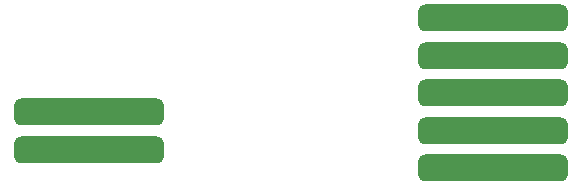
<source format=gbr>
%TF.GenerationSoftware,KiCad,Pcbnew,8.0.4-8.0.4-0~ubuntu22.04.1*%
%TF.CreationDate,2024-08-16T20:42:53-07:00*%
%TF.ProjectId,NX-ButtonInterface,4e582d42-7574-4746-9f6e-496e74657266,1*%
%TF.SameCoordinates,Original*%
%TF.FileFunction,Paste,Bot*%
%TF.FilePolarity,Positive*%
%FSLAX46Y46*%
G04 Gerber Fmt 4.6, Leading zero omitted, Abs format (unit mm)*
G04 Created by KiCad (PCBNEW 8.0.4-8.0.4-0~ubuntu22.04.1) date 2024-08-16 20:42:53*
%MOMM*%
%LPD*%
G01*
G04 APERTURE LIST*
G04 Aperture macros list*
%AMRoundRect*
0 Rectangle with rounded corners*
0 $1 Rounding radius*
0 $2 $3 $4 $5 $6 $7 $8 $9 X,Y pos of 4 corners*
0 Add a 4 corners polygon primitive as box body*
4,1,4,$2,$3,$4,$5,$6,$7,$8,$9,$2,$3,0*
0 Add four circle primitives for the rounded corners*
1,1,$1+$1,$2,$3*
1,1,$1+$1,$4,$5*
1,1,$1+$1,$6,$7*
1,1,$1+$1,$8,$9*
0 Add four rect primitives between the rounded corners*
20,1,$1+$1,$2,$3,$4,$5,0*
20,1,$1+$1,$4,$5,$6,$7,0*
20,1,$1+$1,$6,$7,$8,$9,0*
20,1,$1+$1,$8,$9,$2,$3,0*%
G04 Aperture macros list end*
%ADD10RoundRect,0.571500X5.778500X0.571500X-5.778500X0.571500X-5.778500X-0.571500X5.778500X-0.571500X0*%
%ADD11RoundRect,0.571500X-5.778500X-0.571500X5.778500X-0.571500X5.778500X0.571500X-5.778500X0.571500X0*%
G04 APERTURE END LIST*
D10*
%TO.C,J4*%
X91211200Y-104863900D03*
X91211200Y-108038900D03*
%TD*%
D11*
%TO.C,J2*%
X125463300Y-109575600D03*
X125463300Y-106400600D03*
X125463300Y-103225600D03*
X125463300Y-100050600D03*
X125463300Y-96875600D03*
%TD*%
M02*

</source>
